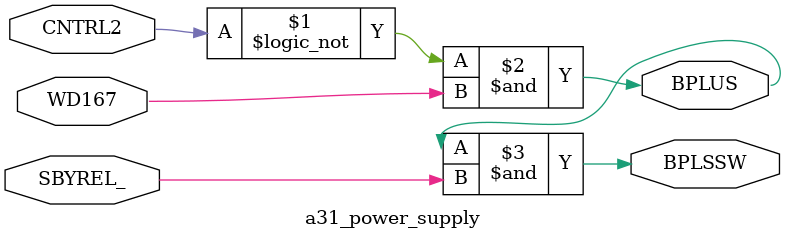
<source format=v>
`timescale 1ns / 1ps

module a31_power_supply(
    input wire WD167,   // Main bus A 28 volts
    
    //input wire WD169,   // Other 28 volt input, not used
    //input wire n28DCR,  // Other 28 volt input, not used
    
    input wire CNTRL2,  // Test equipment input for simulating power failure
    //input wire SYNC14_, // Sync signal for voltage reference
    input wire SBYREL_, // Standy signal
    
    output wire BPLUS,
    output wire BPLSSW
    );
    
    assign BPLUS = (!CNTRL2) & WD167;
    assign BPLSSW = (BPLUS & SBYREL_);
    
endmodule

</source>
